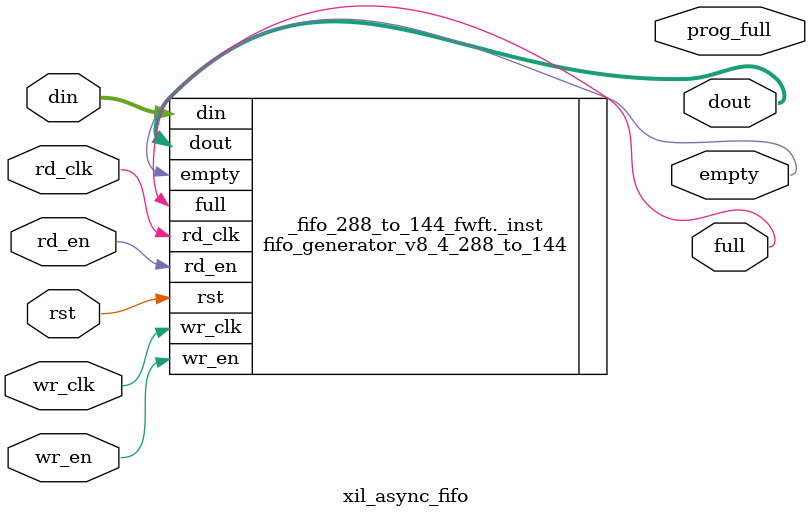
<source format=v>
/*******************************************************************************
 *
 *  NetFPGA-10G http://www.netfpga.org
 *
 *  File:
 *        xil_async_fifo.v
 *
 *  Library:
 *        hw/contrib/pcores/nf10_pcap_replay_uengine_v1_00_a
 *
 *  Module:
 *        xil_async_fifo
 *
 *  Author:
 *        Muhammad Shahbaz
 *
 *  Description:
 *
 *
 *  Copyright notice:
 *        Copyright (C) 2010, 2011 The Board of Trustees of The Leland Stanford
 *                                 Junior University
 *
 *  Licence:
 *        This file is part of the NetFPGA 10G development base package.
 *
 *        This file is free code: you can redistribute it and/or modify it under
 *        the terms of the GNU Lesser General Public License version 2.1 as
 *        published by the Free Software Foundation.
 *
 *        This package is distributed in the hope that it will be useful, but
 *        WITHOUT ANY WARRANTY; without even the implied warranty of
 *        MERCHANTABILITY or FITNESS FOR A PARTICULAR PURPOSE.  See the GNU
 *        Lesser General Public License for more details.
 *
 *        You should have received a copy of the GNU Lesser General Public
 *        License along with the NetFPGA source package.  If not, see
 *        http://www.gnu.org/licenses/.
 *
 */

module xil_async_fifo
#(
    parameter DIN_WIDTH  = 288,
    parameter DOUT_WIDTH = 144
)
(
    input                      rst,
    input                      wr_clk,
    input                      wr_en,
    input [DIN_WIDTH-1:0]  		 din,
    input                      rd_clk,
    input                      rd_en,
    output [DOUT_WIDTH-1:0]		 dout,
    output                     full,
    output                     prog_full,
    output                     empty
);

  // -- Modules and Logic
	
  generate 
	  if (DIN_WIDTH==288 && DOUT_WIDTH==144) begin: _fifo_288_to_144_fwft
			fifo_generator_v8_4_288_to_144 _inst (
		  	.rst(rst), // input rst
		 	 	.wr_clk(wr_clk), // input wr_clk
		  	.rd_clk(rd_clk), // input rd_clk
		  	.din(din), // input [287 : 0] din
		  	.wr_en(wr_en), // input wr_en
		  	.rd_en(rd_en), // input rd_en
		  	.dout(dout), // output [287 : 0] dout
		  	.full(full), // output full
		  	.empty(empty) // output empty
			);
		end
		else if (DIN_WIDTH==4 && DOUT_WIDTH==2) begin: _fifo_4_to_2_fwft
			fifo_generator_v8_4_4_to_2_fwft _inst (
		  	.rst(rst), // input rst
		 	 	.wr_clk(wr_clk), // input wr_clk
		  	.rd_clk(rd_clk), // input rd_clk
		  	.din(din), // input [287 : 0] din
		  	.wr_en(wr_en), // input wr_en
		  	.rd_en(rd_en), // input rd_en
		  	.dout(dout), // output [287 : 0] dout
		  	.full(full), // output full
		  	.empty(empty) // output empty
			);
		end
		else if (DIN_WIDTH==144 && DOUT_WIDTH==288) begin: _fifo_144_to_288_fwft
			fifo_generator_v8_4_144_to_288_fwft _inst (
	  		.rst(rst), // input rst
	 	 		.wr_clk(wr_clk), // input wr_clk
	  		.rd_clk(rd_clk), // input rd_clk
	  		.din(din), // input [287 : 0] din
	  		.wr_en(wr_en), // input wr_en
	  		.rd_en(rd_en), // input rd_en
	  		.dout(dout), // output [287 : 0] dout
	  		.full(full), // output full
		  	.prog_full(prog_full), // output prog_full
	  		.empty(empty) // output empty
			);
		end
	endgenerate
	
endmodule
</source>
